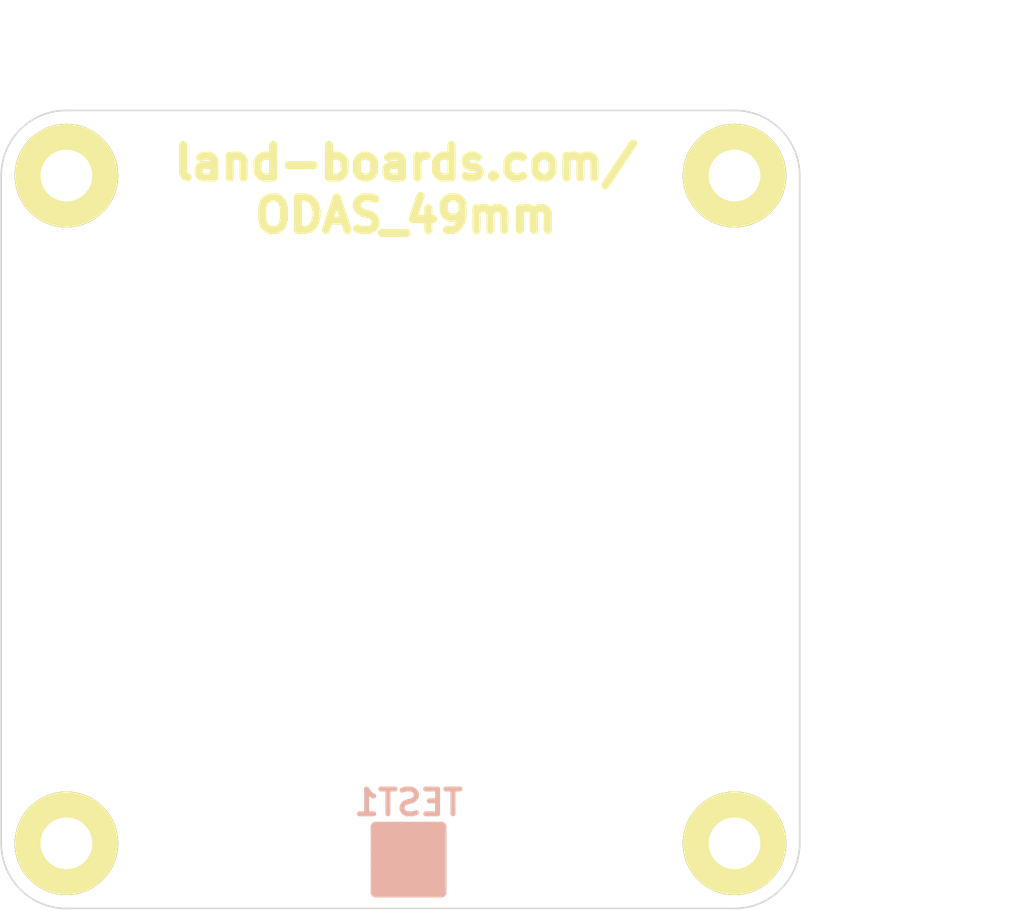
<source format=kicad_pcb>
(kicad_pcb (version 20211014) (generator pcbnew)
  (title_block (title "ODAS_49MM") (date "2022-06-08") (rev "1") (company "LAND BOARDS, LLC"))
  (layers (0 "F.Cu" signal) (31 "B.Cu" signal) (34 "B.Paste" user) (35 "F.Paste" user) (36 "B.SilkS" user "B.Silkscreen") (37 "F.SilkS" user "F.Silkscreen") (38 "B.Mask" user) (39 "F.Mask" user) (44 "Edge.Cuts" user))
  (net 0 "")
  (footprint "LandBoards_MountHoles:MTG-4-40" (layer "F.Cu") (at 118.171573 114.171573)
    (fp_text reference "MTG4" hide)
    (fp_text value "MTG_HOLE" hide)
    (pad "1" thru_hole circle locked (at 0 0) (size 6.35 6.35) (drill 3.175) (layers *.Cu *.Mask "F.SilkS"))
  )
  (footprint "LandBoards_MountHoles:MTG-4-40" (layer "F.Cu") (at 118.171573 73.171573)
    (fp_text reference "MTG3" hide)
    (fp_text value "MTG_HOLE" hide)
    (pad "1" thru_hole circle locked (at 0 0) (size 6.35 6.35) (drill 3.175) (layers *.Cu *.Mask "F.SilkS"))
  )
  (footprint "LandBoards_MountHoles:MTG-4-40" (layer "F.Cu") (at 159.171573 73.171573)
    (fp_text reference "MTG2" hide)
    (fp_text value "MTG_HOLE" hide)
    (pad "1" thru_hole circle locked (at 0 0) (size 6.35 6.35) (drill 3.175) (layers *.Cu *.Mask "F.SilkS"))
  )
  (footprint "LandBoards_MountHoles:MTG-4-40" (layer "F.Cu") (at 159.171573 114.171573)
    (fp_text reference "MTG1" hide)
    (fp_text value "MTG_HOLE" hide)
    (pad "1" thru_hole circle locked (at 0 0) (size 6.35 6.35) (drill 3.175) (layers *.Cu *.Mask "F.SilkS"))
  )
  (footprint "LandBoards_Marking:TEST_BLK-REAR" (layer "F.Cu") (at 139.171573 115.171573)
    (fp_text reference "TEST1" (at 0 -3.5) (layer "B.SilkS") (effects (font (size 1.524 1.524) (thickness 0.3048)) (justify mirror)))
    (fp_text value "TEST COUPON" hide)
    (fp_line (start 2 0) (end -2 0) (layer "B.SilkS") (width 0.65))
    (fp_line (start -2 -2) (end -2 -1.5) (layer "B.SilkS") (width 0.65))
    (fp_line (start -2 0) (end -2 0.5) (layer "B.SilkS") (width 0.65))
    (fp_line (start 2 -0.5) (end 2 0) (layer "B.SilkS") (width 0.65))
    (fp_line (start -2 1) (end -2 1.5) (layer "B.SilkS") (width 0.65))
    (fp_line (start -2 0.5) (end 1.5 0.5) (layer "B.SilkS") (width 0.65))
    (fp_line (start 2 0.5) (end 2 1) (layer "B.SilkS") (width 0.65))
    (fp_line (start 2 -1.5) (end 2 -1) (layer "B.SilkS") (width 0.65))
    (fp_line (start -2 2) (end -2 -2) (layer "B.SilkS") (width 0.65))
    (fp_line (start -2 -0.5) (end 2 -0.5) (layer "B.SilkS") (width 0.65))
    (fp_line (start 2 2) (end -2 2) (layer "B.SilkS") (width 0.65))
    (fp_line (start 2 -2) (end 2 2) (layer "B.SilkS") (width 0.65))
    (fp_line (start 1.5 0.5) (end 2 0.5) (layer "B.SilkS") (width 0.65))
    (fp_line (start -2 -2) (end 2 -2) (layer "B.SilkS") (width 0.65))
    (fp_line (start -2 1.5) (end 2 1.5) (layer "B.SilkS") (width 0.65))
    (fp_line (start -2 -1) (end -2 -0.5) (layer "B.SilkS") (width 0.65))
    (fp_line (start 2 1) (end -2 1) (layer "B.SilkS") (width 0.65))
    (fp_line (start -2 -1.5) (end 2 -1.5) (layer "B.SilkS") (width 0.65))
    (fp_line (start 2 -1) (end -2 -1) (layer "B.SilkS") (width 0.65))
  )
  (gr_line (start 114.171573 73.171573) (end 114.171573 114.171573) (layer "Edge.Cuts") (width 0.1))
  (gr_line (start 159.171573 69.171573) (end 118.171573 69.171573) (layer "Edge.Cuts") (width 0.1))
  (gr_line (start 163.171573 114.171573) (end 163.171573 73.171573) (layer "Edge.Cuts") (width 0.1))
  (gr_arc (start 114.171573 73.171573) (mid 115.343146 70.343146) (end 118.171573 69.171573) (layer "Edge.Cuts") (width 0.1))
  (gr_arc (start 163.171573 114.171573) (mid 162 117) (end 159.171573 118.171573) (layer "Edge.Cuts") (width 0.1))
  (gr_arc (start 159.171573 69.171573) (mid 162 70.343146) (end 163.171573 73.171573) (layer "Edge.Cuts") (width 0.1))
  (gr_line (start 118.171573 118.171573) (end 159.171573 118.171573) (layer "Edge.Cuts") (width 0.1))
  (gr_arc (start 118.171573 118.171573) (mid 115.343146 117) (end 114.171573 114.171573) (layer "Edge.Cuts") (width 0.1))
  (gr_text "land-boards.com/\nODAS_49mm" (at 139 74) (layer "F.SilkS") (effects (font (size 2 2) (thickness 0.5))))
)
</source>
